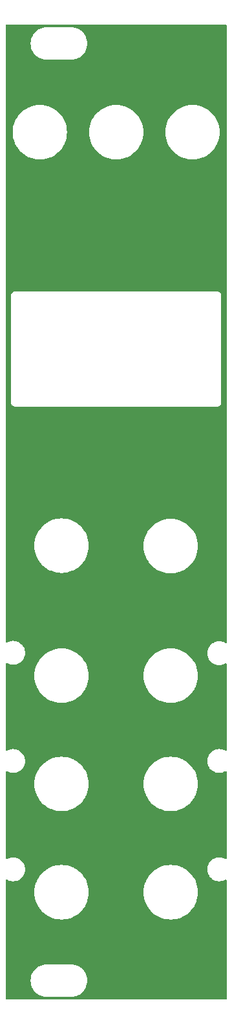
<source format=gbr>
%TF.GenerationSoftware,KiCad,Pcbnew,(6.0.10-0)*%
%TF.CreationDate,2023-02-15T20:01:37+02:00*%
%TF.ProjectId,panel,70616e65-6c2e-46b6-9963-61645f706362,rev?*%
%TF.SameCoordinates,Original*%
%TF.FileFunction,Copper,L2,Bot*%
%TF.FilePolarity,Positive*%
%FSLAX46Y46*%
G04 Gerber Fmt 4.6, Leading zero omitted, Abs format (unit mm)*
G04 Created by KiCad (PCBNEW (6.0.10-0)) date 2023-02-15 20:01:37*
%MOMM*%
%LPD*%
G01*
G04 APERTURE LIST*
G04 APERTURE END LIST*
%TA.AperFunction,NonConductor*%
G36*
X89433621Y-32278502D02*
G01*
X89480114Y-32332158D01*
X89491500Y-32384500D01*
X89491500Y-113004751D01*
X89471498Y-113072872D01*
X89417842Y-113119365D01*
X89347568Y-113129469D01*
X89299666Y-113112184D01*
X89213952Y-113059659D01*
X89209732Y-113057073D01*
X89065033Y-112997136D01*
X88987665Y-112965089D01*
X88987663Y-112965088D01*
X88983092Y-112963195D01*
X88900437Y-112943351D01*
X88749370Y-112907083D01*
X88749364Y-112907082D01*
X88744557Y-112905928D01*
X88500000Y-112886681D01*
X88255443Y-112905928D01*
X88250636Y-112907082D01*
X88250630Y-112907083D01*
X88099563Y-112943351D01*
X88016908Y-112963195D01*
X88012337Y-112965088D01*
X88012335Y-112965089D01*
X87934967Y-112997136D01*
X87790268Y-113057073D01*
X87688616Y-113119365D01*
X87585330Y-113182658D01*
X87585327Y-113182660D01*
X87581104Y-113185248D01*
X87394567Y-113344567D01*
X87391359Y-113348323D01*
X87281170Y-113477337D01*
X87235248Y-113531104D01*
X87107073Y-113740268D01*
X87058099Y-113858500D01*
X87037389Y-113908500D01*
X87013195Y-113966908D01*
X86955928Y-114205443D01*
X86936681Y-114450000D01*
X86955928Y-114694557D01*
X87013195Y-114933092D01*
X87015088Y-114937663D01*
X87015089Y-114937665D01*
X87046416Y-115013295D01*
X87107073Y-115159732D01*
X87164927Y-115254141D01*
X87206917Y-115322663D01*
X87235248Y-115368896D01*
X87238463Y-115372660D01*
X87238465Y-115372663D01*
X87391359Y-115551677D01*
X87394567Y-115555433D01*
X87398323Y-115558641D01*
X87464943Y-115615540D01*
X87581104Y-115714752D01*
X87585327Y-115717340D01*
X87585330Y-115717342D01*
X87607023Y-115730635D01*
X87790268Y-115842927D01*
X87796176Y-115845374D01*
X88012335Y-115934911D01*
X88012337Y-115934912D01*
X88016908Y-115936805D01*
X88087356Y-115953718D01*
X88250630Y-115992917D01*
X88250636Y-115992918D01*
X88255443Y-115994072D01*
X88500000Y-116013319D01*
X88744557Y-115994072D01*
X88749364Y-115992918D01*
X88749370Y-115992917D01*
X88912644Y-115953718D01*
X88983092Y-115936805D01*
X88987663Y-115934912D01*
X88987665Y-115934911D01*
X89203824Y-115845374D01*
X89209732Y-115842927D01*
X89288236Y-115794820D01*
X89299666Y-115787816D01*
X89368199Y-115769278D01*
X89435876Y-115790735D01*
X89481209Y-115845374D01*
X89491500Y-115895249D01*
X89491500Y-127104751D01*
X89471498Y-127172872D01*
X89417842Y-127219365D01*
X89347568Y-127229469D01*
X89299666Y-127212184D01*
X89213952Y-127159659D01*
X89209732Y-127157073D01*
X89065033Y-127097136D01*
X88987665Y-127065089D01*
X88987663Y-127065088D01*
X88983092Y-127063195D01*
X88900437Y-127043351D01*
X88749370Y-127007083D01*
X88749364Y-127007082D01*
X88744557Y-127005928D01*
X88500000Y-126986681D01*
X88255443Y-127005928D01*
X88250636Y-127007082D01*
X88250630Y-127007083D01*
X88099563Y-127043351D01*
X88016908Y-127063195D01*
X88012337Y-127065088D01*
X88012335Y-127065089D01*
X87934967Y-127097136D01*
X87790268Y-127157073D01*
X87688616Y-127219365D01*
X87585330Y-127282658D01*
X87585327Y-127282660D01*
X87581104Y-127285248D01*
X87394567Y-127444567D01*
X87235248Y-127631104D01*
X87107073Y-127840268D01*
X87105180Y-127844839D01*
X87037389Y-128008500D01*
X87013195Y-128066908D01*
X87012040Y-128071720D01*
X86958794Y-128293507D01*
X86955928Y-128305443D01*
X86936681Y-128550000D01*
X86955928Y-128794557D01*
X87013195Y-129033092D01*
X87015088Y-129037663D01*
X87015089Y-129037665D01*
X87047136Y-129115033D01*
X87107073Y-129259732D01*
X87190262Y-129395485D01*
X87227037Y-129455496D01*
X87235248Y-129468896D01*
X87394567Y-129655433D01*
X87398323Y-129658641D01*
X87526727Y-129768309D01*
X87581104Y-129814752D01*
X87585327Y-129817340D01*
X87585330Y-129817342D01*
X87654515Y-129859738D01*
X87790268Y-129942927D01*
X87796176Y-129945374D01*
X88012335Y-130034911D01*
X88012337Y-130034912D01*
X88016908Y-130036805D01*
X88097461Y-130056144D01*
X88250630Y-130092917D01*
X88250636Y-130092918D01*
X88255443Y-130094072D01*
X88500000Y-130113319D01*
X88744557Y-130094072D01*
X88749364Y-130092918D01*
X88749370Y-130092917D01*
X88902539Y-130056144D01*
X88983092Y-130036805D01*
X88987663Y-130034912D01*
X88987665Y-130034911D01*
X89203824Y-129945374D01*
X89209732Y-129942927D01*
X89235514Y-129927128D01*
X89299666Y-129887816D01*
X89368199Y-129869278D01*
X89435876Y-129890735D01*
X89481209Y-129945374D01*
X89491500Y-129995249D01*
X89491500Y-141254751D01*
X89471498Y-141322872D01*
X89417842Y-141369365D01*
X89347568Y-141379469D01*
X89299666Y-141362184D01*
X89213952Y-141309659D01*
X89209732Y-141307073D01*
X89065033Y-141247136D01*
X88987665Y-141215089D01*
X88987663Y-141215088D01*
X88983092Y-141213195D01*
X88900437Y-141193351D01*
X88749370Y-141157083D01*
X88749364Y-141157082D01*
X88744557Y-141155928D01*
X88500000Y-141136681D01*
X88255443Y-141155928D01*
X88250636Y-141157082D01*
X88250630Y-141157083D01*
X88099563Y-141193351D01*
X88016908Y-141213195D01*
X88012337Y-141215088D01*
X88012335Y-141215089D01*
X87934967Y-141247136D01*
X87790268Y-141307073D01*
X87688616Y-141369365D01*
X87585330Y-141432658D01*
X87585327Y-141432660D01*
X87581104Y-141435248D01*
X87394567Y-141594567D01*
X87235248Y-141781104D01*
X87107073Y-141990268D01*
X87105180Y-141994839D01*
X87037389Y-142158500D01*
X87013195Y-142216908D01*
X87012040Y-142221720D01*
X86958794Y-142443507D01*
X86955928Y-142455443D01*
X86936681Y-142700000D01*
X86955928Y-142944557D01*
X87013195Y-143183092D01*
X87015088Y-143187663D01*
X87015089Y-143187665D01*
X87047136Y-143265033D01*
X87107073Y-143409732D01*
X87190262Y-143545485D01*
X87227037Y-143605496D01*
X87235248Y-143618896D01*
X87394567Y-143805433D01*
X87398323Y-143808641D01*
X87526727Y-143918309D01*
X87581104Y-143964752D01*
X87585327Y-143967340D01*
X87585330Y-143967342D01*
X87654515Y-144009738D01*
X87790268Y-144092927D01*
X87796176Y-144095374D01*
X88012335Y-144184911D01*
X88012337Y-144184912D01*
X88016908Y-144186805D01*
X88097461Y-144206144D01*
X88250630Y-144242917D01*
X88250636Y-144242918D01*
X88255443Y-144244072D01*
X88500000Y-144263319D01*
X88744557Y-144244072D01*
X88749364Y-144242918D01*
X88749370Y-144242917D01*
X88902539Y-144206144D01*
X88983092Y-144186805D01*
X88987663Y-144184912D01*
X88987665Y-144184911D01*
X89203824Y-144095374D01*
X89209732Y-144092927D01*
X89235514Y-144077128D01*
X89299666Y-144037816D01*
X89368199Y-144019278D01*
X89435876Y-144040735D01*
X89481209Y-144095374D01*
X89491500Y-144145249D01*
X89491500Y-159615500D01*
X89471498Y-159683621D01*
X89417842Y-159730114D01*
X89365500Y-159741500D01*
X60634500Y-159741500D01*
X60566379Y-159721498D01*
X60519886Y-159667842D01*
X60508500Y-159615500D01*
X60508500Y-157250000D01*
X63786976Y-157250000D01*
X63805053Y-157525805D01*
X63805855Y-157529838D01*
X63805856Y-157529844D01*
X63846968Y-157736523D01*
X63858976Y-157796891D01*
X63947820Y-158058619D01*
X63949643Y-158062315D01*
X63949646Y-158062323D01*
X64006698Y-158178012D01*
X64070068Y-158306512D01*
X64223625Y-158536328D01*
X64405866Y-158744134D01*
X64613672Y-158926375D01*
X64843488Y-159079932D01*
X64847189Y-159081757D01*
X65087677Y-159200354D01*
X65087685Y-159200357D01*
X65091381Y-159202180D01*
X65095295Y-159203509D01*
X65095296Y-159203509D01*
X65349196Y-159289696D01*
X65349200Y-159289697D01*
X65353109Y-159291024D01*
X65357153Y-159291828D01*
X65357159Y-159291830D01*
X65620156Y-159344144D01*
X65620162Y-159344145D01*
X65624195Y-159344947D01*
X65628300Y-159345216D01*
X65628307Y-159345217D01*
X65765896Y-159354234D01*
X65867697Y-159360907D01*
X65880352Y-159362382D01*
X65881904Y-159362643D01*
X65882656Y-159362770D01*
X65882658Y-159362770D01*
X65887448Y-159363576D01*
X65893724Y-159363653D01*
X65895140Y-159363670D01*
X65895143Y-159363670D01*
X65900000Y-159363729D01*
X65927624Y-159359773D01*
X65945486Y-159358500D01*
X69046750Y-159358500D01*
X69067655Y-159360246D01*
X69082656Y-159362770D01*
X69082659Y-159362770D01*
X69087448Y-159363576D01*
X69093687Y-159363652D01*
X69095140Y-159363670D01*
X69095143Y-159363670D01*
X69100000Y-159363729D01*
X69104819Y-159363039D01*
X69105338Y-159363005D01*
X69113905Y-159362113D01*
X69371693Y-159345217D01*
X69371700Y-159345216D01*
X69375805Y-159344947D01*
X69379838Y-159344145D01*
X69379844Y-159344144D01*
X69642841Y-159291830D01*
X69642847Y-159291828D01*
X69646891Y-159291024D01*
X69650800Y-159289697D01*
X69650804Y-159289696D01*
X69904704Y-159203509D01*
X69904705Y-159203509D01*
X69908619Y-159202180D01*
X69912315Y-159200357D01*
X69912323Y-159200354D01*
X70152811Y-159081757D01*
X70156512Y-159079932D01*
X70386328Y-158926375D01*
X70594134Y-158744134D01*
X70776375Y-158536328D01*
X70929932Y-158306512D01*
X70993302Y-158178012D01*
X71050354Y-158062323D01*
X71050357Y-158062315D01*
X71052180Y-158058619D01*
X71141024Y-157796891D01*
X71153032Y-157736523D01*
X71194144Y-157529844D01*
X71194145Y-157529838D01*
X71194947Y-157525805D01*
X71213024Y-157250000D01*
X71194947Y-156974195D01*
X71190393Y-156951297D01*
X71141830Y-156707159D01*
X71141828Y-156707153D01*
X71141024Y-156703109D01*
X71052180Y-156441381D01*
X71050357Y-156437685D01*
X71050354Y-156437677D01*
X70931757Y-156197189D01*
X70929932Y-156193488D01*
X70776375Y-155963672D01*
X70594134Y-155755866D01*
X70386328Y-155573625D01*
X70156512Y-155420068D01*
X70108143Y-155396215D01*
X69912323Y-155299646D01*
X69912315Y-155299643D01*
X69908619Y-155297820D01*
X69904704Y-155296491D01*
X69650804Y-155210304D01*
X69650800Y-155210303D01*
X69646891Y-155208976D01*
X69642847Y-155208172D01*
X69642841Y-155208170D01*
X69379844Y-155155856D01*
X69379838Y-155155855D01*
X69375805Y-155155053D01*
X69371700Y-155154784D01*
X69371693Y-155154783D01*
X69234104Y-155145766D01*
X69132303Y-155139093D01*
X69119648Y-155137618D01*
X69118096Y-155137357D01*
X69117344Y-155137230D01*
X69117342Y-155137230D01*
X69112552Y-155136424D01*
X69106276Y-155136348D01*
X69104860Y-155136330D01*
X69104857Y-155136330D01*
X69100000Y-155136271D01*
X69080288Y-155139094D01*
X69072376Y-155140227D01*
X69054514Y-155141500D01*
X65953250Y-155141500D01*
X65932345Y-155139754D01*
X65917344Y-155137230D01*
X65917341Y-155137230D01*
X65912552Y-155136424D01*
X65906313Y-155136348D01*
X65904860Y-155136330D01*
X65904857Y-155136330D01*
X65900000Y-155136271D01*
X65895181Y-155136961D01*
X65894662Y-155136995D01*
X65886095Y-155137887D01*
X65628307Y-155154783D01*
X65628300Y-155154784D01*
X65624195Y-155155053D01*
X65620162Y-155155855D01*
X65620156Y-155155856D01*
X65357159Y-155208170D01*
X65357153Y-155208172D01*
X65353109Y-155208976D01*
X65349200Y-155210303D01*
X65349196Y-155210304D01*
X65095296Y-155296491D01*
X65091381Y-155297820D01*
X65087685Y-155299643D01*
X65087677Y-155299646D01*
X64891857Y-155396215D01*
X64843488Y-155420068D01*
X64613672Y-155573625D01*
X64405866Y-155755866D01*
X64223625Y-155963672D01*
X64070068Y-156193488D01*
X64068243Y-156197189D01*
X63949646Y-156437677D01*
X63949643Y-156437685D01*
X63947820Y-156441381D01*
X63858976Y-156703109D01*
X63858172Y-156707153D01*
X63858170Y-156707159D01*
X63809608Y-156951297D01*
X63805053Y-156974195D01*
X63786976Y-157250000D01*
X60508500Y-157250000D01*
X60508500Y-145700000D01*
X64286617Y-145700000D01*
X64306138Y-146072475D01*
X64364485Y-146440869D01*
X64461021Y-146801146D01*
X64594688Y-147149358D01*
X64596180Y-147152286D01*
X64596183Y-147152293D01*
X64617361Y-147193856D01*
X64764020Y-147481691D01*
X64765816Y-147484457D01*
X64765818Y-147484460D01*
X64965366Y-147791737D01*
X64967163Y-147794504D01*
X65201890Y-148084369D01*
X65465631Y-148348110D01*
X65755496Y-148582837D01*
X66068308Y-148785980D01*
X66241083Y-148874013D01*
X66397707Y-148953817D01*
X66397714Y-148953820D01*
X66400642Y-148955312D01*
X66403714Y-148956491D01*
X66403718Y-148956493D01*
X66529749Y-149004872D01*
X66748854Y-149088979D01*
X67109131Y-149185515D01*
X67112381Y-149186030D01*
X67112387Y-149186031D01*
X67385628Y-149229307D01*
X67477525Y-149243862D01*
X67480810Y-149244034D01*
X67480818Y-149244035D01*
X67846699Y-149263210D01*
X67850000Y-149263383D01*
X67853301Y-149263210D01*
X68219182Y-149244035D01*
X68219190Y-149244034D01*
X68222475Y-149243862D01*
X68314372Y-149229307D01*
X68587613Y-149186031D01*
X68587619Y-149186030D01*
X68590869Y-149185515D01*
X68951146Y-149088979D01*
X69170251Y-149004872D01*
X69296282Y-148956493D01*
X69296286Y-148956491D01*
X69299358Y-148955312D01*
X69302286Y-148953820D01*
X69302293Y-148953817D01*
X69458917Y-148874013D01*
X69631692Y-148785980D01*
X69944504Y-148582837D01*
X70234369Y-148348110D01*
X70498110Y-148084369D01*
X70732837Y-147794504D01*
X70734634Y-147791737D01*
X70934182Y-147484460D01*
X70934184Y-147484457D01*
X70935980Y-147481691D01*
X71082640Y-147193856D01*
X71103817Y-147152293D01*
X71103820Y-147152286D01*
X71105312Y-147149358D01*
X71238979Y-146801146D01*
X71335515Y-146440869D01*
X71393862Y-146072475D01*
X71413383Y-145700000D01*
X78586617Y-145700000D01*
X78606138Y-146072475D01*
X78664485Y-146440869D01*
X78761021Y-146801146D01*
X78894688Y-147149358D01*
X78896180Y-147152286D01*
X78896183Y-147152293D01*
X78917361Y-147193856D01*
X79064020Y-147481691D01*
X79065816Y-147484457D01*
X79065818Y-147484460D01*
X79265366Y-147791737D01*
X79267163Y-147794504D01*
X79501890Y-148084369D01*
X79765631Y-148348110D01*
X80055496Y-148582837D01*
X80368308Y-148785980D01*
X80541083Y-148874013D01*
X80697707Y-148953817D01*
X80697714Y-148953820D01*
X80700642Y-148955312D01*
X80703714Y-148956491D01*
X80703718Y-148956493D01*
X80829749Y-149004872D01*
X81048854Y-149088979D01*
X81409131Y-149185515D01*
X81412381Y-149186030D01*
X81412387Y-149186031D01*
X81685628Y-149229307D01*
X81777525Y-149243862D01*
X81780810Y-149244034D01*
X81780818Y-149244035D01*
X82146699Y-149263210D01*
X82150000Y-149263383D01*
X82153301Y-149263210D01*
X82519182Y-149244035D01*
X82519190Y-149244034D01*
X82522475Y-149243862D01*
X82614372Y-149229307D01*
X82887613Y-149186031D01*
X82887619Y-149186030D01*
X82890869Y-149185515D01*
X83251146Y-149088979D01*
X83470251Y-149004872D01*
X83596282Y-148956493D01*
X83596286Y-148956491D01*
X83599358Y-148955312D01*
X83602286Y-148953820D01*
X83602293Y-148953817D01*
X83758917Y-148874013D01*
X83931692Y-148785980D01*
X84244504Y-148582837D01*
X84534369Y-148348110D01*
X84798110Y-148084369D01*
X85032837Y-147794504D01*
X85034634Y-147791737D01*
X85234182Y-147484460D01*
X85234184Y-147484457D01*
X85235980Y-147481691D01*
X85382640Y-147193856D01*
X85403817Y-147152293D01*
X85403820Y-147152286D01*
X85405312Y-147149358D01*
X85538979Y-146801146D01*
X85635515Y-146440869D01*
X85693862Y-146072475D01*
X85713383Y-145700000D01*
X85693862Y-145327525D01*
X85635515Y-144959131D01*
X85538979Y-144598854D01*
X85410178Y-144263319D01*
X85406493Y-144253718D01*
X85406491Y-144253714D01*
X85405312Y-144250642D01*
X85403817Y-144247707D01*
X85237479Y-143921250D01*
X85237475Y-143921243D01*
X85235980Y-143918309D01*
X85160239Y-143801677D01*
X85034634Y-143608263D01*
X85034633Y-143608262D01*
X85032837Y-143605496D01*
X84798110Y-143315631D01*
X84534369Y-143051890D01*
X84244504Y-142817163D01*
X83931692Y-142614020D01*
X83630150Y-142460377D01*
X83602293Y-142446183D01*
X83602286Y-142446180D01*
X83599358Y-142444688D01*
X83596286Y-142443509D01*
X83596282Y-142443507D01*
X83470251Y-142395128D01*
X83251146Y-142311021D01*
X82890869Y-142214485D01*
X82887619Y-142213970D01*
X82887613Y-142213969D01*
X82537388Y-142158500D01*
X82522475Y-142156138D01*
X82519190Y-142155966D01*
X82519182Y-142155965D01*
X82153301Y-142136790D01*
X82150000Y-142136617D01*
X82146699Y-142136790D01*
X81780818Y-142155965D01*
X81780810Y-142155966D01*
X81777525Y-142156138D01*
X81762612Y-142158500D01*
X81412387Y-142213969D01*
X81412381Y-142213970D01*
X81409131Y-142214485D01*
X81048854Y-142311021D01*
X80829749Y-142395128D01*
X80703718Y-142443507D01*
X80703714Y-142443509D01*
X80700642Y-142444688D01*
X80697714Y-142446180D01*
X80697707Y-142446183D01*
X80371250Y-142612521D01*
X80371247Y-142612523D01*
X80368309Y-142614020D01*
X80365543Y-142615816D01*
X80365540Y-142615818D01*
X80243503Y-142695070D01*
X80055496Y-142817163D01*
X80052939Y-142819234D01*
X80052933Y-142819238D01*
X79892233Y-142949370D01*
X79765631Y-143051890D01*
X79501890Y-143315631D01*
X79267163Y-143605496D01*
X79265367Y-143608262D01*
X79265366Y-143608263D01*
X79139762Y-143801677D01*
X79064020Y-143918309D01*
X79062525Y-143921243D01*
X79062521Y-143921250D01*
X78896183Y-144247707D01*
X78894688Y-144250642D01*
X78893509Y-144253714D01*
X78893507Y-144253718D01*
X78889822Y-144263319D01*
X78761021Y-144598854D01*
X78664485Y-144959131D01*
X78606138Y-145327525D01*
X78586617Y-145700000D01*
X71413383Y-145700000D01*
X71393862Y-145327525D01*
X71335515Y-144959131D01*
X71238979Y-144598854D01*
X71110178Y-144263319D01*
X71106493Y-144253718D01*
X71106491Y-144253714D01*
X71105312Y-144250642D01*
X71103817Y-144247707D01*
X70937479Y-143921250D01*
X70937475Y-143921243D01*
X70935980Y-143918309D01*
X70860239Y-143801677D01*
X70734634Y-143608263D01*
X70734633Y-143608262D01*
X70732837Y-143605496D01*
X70498110Y-143315631D01*
X70234369Y-143051890D01*
X69944504Y-142817163D01*
X69631692Y-142614020D01*
X69330150Y-142460377D01*
X69302293Y-142446183D01*
X69302286Y-142446180D01*
X69299358Y-142444688D01*
X69296286Y-142443509D01*
X69296282Y-142443507D01*
X69170251Y-142395128D01*
X68951146Y-142311021D01*
X68590869Y-142214485D01*
X68587619Y-142213970D01*
X68587613Y-142213969D01*
X68237388Y-142158500D01*
X68222475Y-142156138D01*
X68219190Y-142155966D01*
X68219182Y-142155965D01*
X67853301Y-142136790D01*
X67850000Y-142136617D01*
X67846699Y-142136790D01*
X67480818Y-142155965D01*
X67480810Y-142155966D01*
X67477525Y-142156138D01*
X67462612Y-142158500D01*
X67112387Y-142213969D01*
X67112381Y-142213970D01*
X67109131Y-142214485D01*
X66748854Y-142311021D01*
X66529749Y-142395128D01*
X66403718Y-142443507D01*
X66403714Y-142443509D01*
X66400642Y-142444688D01*
X66397714Y-142446180D01*
X66397707Y-142446183D01*
X66071250Y-142612521D01*
X66071247Y-142612523D01*
X66068309Y-142614020D01*
X66065543Y-142615816D01*
X66065540Y-142615818D01*
X65943503Y-142695070D01*
X65755496Y-142817163D01*
X65752939Y-142819234D01*
X65752933Y-142819238D01*
X65592233Y-142949370D01*
X65465631Y-143051890D01*
X65201890Y-143315631D01*
X64967163Y-143605496D01*
X64965367Y-143608262D01*
X64965366Y-143608263D01*
X64839762Y-143801677D01*
X64764020Y-143918309D01*
X64762525Y-143921243D01*
X64762521Y-143921250D01*
X64596183Y-144247707D01*
X64594688Y-144250642D01*
X64593509Y-144253714D01*
X64593507Y-144253718D01*
X64589822Y-144263319D01*
X64461021Y-144598854D01*
X64364485Y-144959131D01*
X64306138Y-145327525D01*
X64286617Y-145700000D01*
X60508500Y-145700000D01*
X60508500Y-144145249D01*
X60528502Y-144077128D01*
X60582158Y-144030635D01*
X60652432Y-144020531D01*
X60700334Y-144037816D01*
X60764486Y-144077128D01*
X60790268Y-144092927D01*
X60796176Y-144095374D01*
X61012335Y-144184911D01*
X61012337Y-144184912D01*
X61016908Y-144186805D01*
X61097461Y-144206144D01*
X61250630Y-144242917D01*
X61250636Y-144242918D01*
X61255443Y-144244072D01*
X61500000Y-144263319D01*
X61744557Y-144244072D01*
X61749364Y-144242918D01*
X61749370Y-144242917D01*
X61902539Y-144206144D01*
X61983092Y-144186805D01*
X61987663Y-144184912D01*
X61987665Y-144184911D01*
X62203824Y-144095374D01*
X62209732Y-144092927D01*
X62345485Y-144009738D01*
X62414670Y-143967342D01*
X62414673Y-143967340D01*
X62418896Y-143964752D01*
X62473274Y-143918309D01*
X62601677Y-143808641D01*
X62605433Y-143805433D01*
X62764752Y-143618896D01*
X62772964Y-143605496D01*
X62809738Y-143545485D01*
X62892927Y-143409732D01*
X62952864Y-143265033D01*
X62984911Y-143187665D01*
X62984912Y-143187663D01*
X62986805Y-143183092D01*
X63044072Y-142944557D01*
X63063319Y-142700000D01*
X63044072Y-142455443D01*
X63041207Y-142443507D01*
X62987960Y-142221720D01*
X62986805Y-142216908D01*
X62962612Y-142158500D01*
X62894820Y-141994839D01*
X62892927Y-141990268D01*
X62764752Y-141781104D01*
X62605433Y-141594567D01*
X62418896Y-141435248D01*
X62414673Y-141432660D01*
X62414670Y-141432658D01*
X62311384Y-141369365D01*
X62209732Y-141307073D01*
X62065033Y-141247136D01*
X61987665Y-141215089D01*
X61987663Y-141215088D01*
X61983092Y-141213195D01*
X61900437Y-141193351D01*
X61749370Y-141157083D01*
X61749364Y-141157082D01*
X61744557Y-141155928D01*
X61500000Y-141136681D01*
X61255443Y-141155928D01*
X61250636Y-141157082D01*
X61250630Y-141157083D01*
X61099563Y-141193351D01*
X61016908Y-141213195D01*
X61012337Y-141215088D01*
X61012335Y-141215089D01*
X60934967Y-141247136D01*
X60790268Y-141307073D01*
X60786048Y-141309659D01*
X60700334Y-141362184D01*
X60631801Y-141380722D01*
X60564124Y-141359265D01*
X60518791Y-141304626D01*
X60508500Y-141254751D01*
X60508500Y-131550000D01*
X64286617Y-131550000D01*
X64306138Y-131922475D01*
X64364485Y-132290869D01*
X64461021Y-132651146D01*
X64594688Y-132999358D01*
X64596180Y-133002286D01*
X64596183Y-133002293D01*
X64617361Y-133043856D01*
X64764020Y-133331691D01*
X64765816Y-133334457D01*
X64765818Y-133334460D01*
X64965366Y-133641737D01*
X64967163Y-133644504D01*
X65201890Y-133934369D01*
X65465631Y-134198110D01*
X65755496Y-134432837D01*
X66068308Y-134635980D01*
X66241083Y-134724013D01*
X66397707Y-134803817D01*
X66397714Y-134803820D01*
X66400642Y-134805312D01*
X66403714Y-134806491D01*
X66403718Y-134806493D01*
X66529749Y-134854872D01*
X66748854Y-134938979D01*
X67109131Y-135035515D01*
X67112381Y-135036030D01*
X67112387Y-135036031D01*
X67385628Y-135079307D01*
X67477525Y-135093862D01*
X67480810Y-135094034D01*
X67480818Y-135094035D01*
X67846699Y-135113210D01*
X67850000Y-135113383D01*
X67853301Y-135113210D01*
X68219182Y-135094035D01*
X68219190Y-135094034D01*
X68222475Y-135093862D01*
X68314372Y-135079307D01*
X68587613Y-135036031D01*
X68587619Y-135036030D01*
X68590869Y-135035515D01*
X68951146Y-134938979D01*
X69170251Y-134854872D01*
X69296282Y-134806493D01*
X69296286Y-134806491D01*
X69299358Y-134805312D01*
X69302286Y-134803820D01*
X69302293Y-134803817D01*
X69458917Y-134724013D01*
X69631692Y-134635980D01*
X69944504Y-134432837D01*
X70234369Y-134198110D01*
X70498110Y-133934369D01*
X70732837Y-133644504D01*
X70734634Y-133641737D01*
X70934182Y-133334460D01*
X70934184Y-133334457D01*
X70935980Y-133331691D01*
X71082640Y-133043856D01*
X71103817Y-133002293D01*
X71103820Y-133002286D01*
X71105312Y-132999358D01*
X71238979Y-132651146D01*
X71335515Y-132290869D01*
X71393862Y-131922475D01*
X71413383Y-131550000D01*
X78586617Y-131550000D01*
X78606138Y-131922475D01*
X78664485Y-132290869D01*
X78761021Y-132651146D01*
X78894688Y-132999358D01*
X78896180Y-133002286D01*
X78896183Y-133002293D01*
X78917361Y-133043856D01*
X79064020Y-133331691D01*
X79065816Y-133334457D01*
X79065818Y-133334460D01*
X79265366Y-133641737D01*
X79267163Y-133644504D01*
X79501890Y-133934369D01*
X79765631Y-134198110D01*
X80055496Y-134432837D01*
X80368308Y-134635980D01*
X80541083Y-134724013D01*
X80697707Y-134803817D01*
X80697714Y-134803820D01*
X80700642Y-134805312D01*
X80703714Y-134806491D01*
X80703718Y-134806493D01*
X80829749Y-134854872D01*
X81048854Y-134938979D01*
X81409131Y-135035515D01*
X81412381Y-135036030D01*
X81412387Y-135036031D01*
X81685628Y-135079307D01*
X81777525Y-135093862D01*
X81780810Y-135094034D01*
X81780818Y-135094035D01*
X82146699Y-135113210D01*
X82150000Y-135113383D01*
X82153301Y-135113210D01*
X82519182Y-135094035D01*
X82519190Y-135094034D01*
X82522475Y-135093862D01*
X82614372Y-135079307D01*
X82887613Y-135036031D01*
X82887619Y-135036030D01*
X82890869Y-135035515D01*
X83251146Y-134938979D01*
X83470251Y-134854872D01*
X83596282Y-134806493D01*
X83596286Y-134806491D01*
X83599358Y-134805312D01*
X83602286Y-134803820D01*
X83602293Y-134803817D01*
X83758917Y-134724013D01*
X83931692Y-134635980D01*
X84244504Y-134432837D01*
X84534369Y-134198110D01*
X84798110Y-133934369D01*
X85032837Y-133644504D01*
X85034634Y-133641737D01*
X85234182Y-133334460D01*
X85234184Y-133334457D01*
X85235980Y-133331691D01*
X85382640Y-133043856D01*
X85403817Y-133002293D01*
X85403820Y-133002286D01*
X85405312Y-132999358D01*
X85538979Y-132651146D01*
X85635515Y-132290869D01*
X85693862Y-131922475D01*
X85713383Y-131550000D01*
X85693862Y-131177525D01*
X85635515Y-130809131D01*
X85538979Y-130448854D01*
X85410178Y-130113319D01*
X85406493Y-130103718D01*
X85406491Y-130103714D01*
X85405312Y-130100642D01*
X85403817Y-130097707D01*
X85237479Y-129771250D01*
X85237475Y-129771243D01*
X85235980Y-129768309D01*
X85160239Y-129651677D01*
X85034634Y-129458263D01*
X85034633Y-129458262D01*
X85032837Y-129455496D01*
X84798110Y-129165631D01*
X84534369Y-128901890D01*
X84244504Y-128667163D01*
X83931692Y-128464020D01*
X83630150Y-128310377D01*
X83602293Y-128296183D01*
X83602286Y-128296180D01*
X83599358Y-128294688D01*
X83596286Y-128293509D01*
X83596282Y-128293507D01*
X83470251Y-128245128D01*
X83251146Y-128161021D01*
X82890869Y-128064485D01*
X82887619Y-128063970D01*
X82887613Y-128063969D01*
X82537388Y-128008500D01*
X82522475Y-128006138D01*
X82519190Y-128005966D01*
X82519182Y-128005965D01*
X82153301Y-127986790D01*
X82150000Y-127986617D01*
X82146699Y-127986790D01*
X81780818Y-128005965D01*
X81780810Y-128005966D01*
X81777525Y-128006138D01*
X81762612Y-128008500D01*
X81412387Y-128063969D01*
X81412381Y-128063970D01*
X81409131Y-128064485D01*
X81048854Y-128161021D01*
X80829749Y-128245128D01*
X80703718Y-128293507D01*
X80703714Y-128293509D01*
X80700642Y-128294688D01*
X80697714Y-128296180D01*
X80697707Y-128296183D01*
X80371250Y-128462521D01*
X80371247Y-128462523D01*
X80368309Y-128464020D01*
X80365543Y-128465816D01*
X80365540Y-128465818D01*
X80243503Y-128545070D01*
X80055496Y-128667163D01*
X80052939Y-128669234D01*
X80052933Y-128669238D01*
X79892233Y-128799370D01*
X79765631Y-128901890D01*
X79501890Y-129165631D01*
X79267163Y-129455496D01*
X79265367Y-129458262D01*
X79265366Y-129458263D01*
X79139762Y-129651677D01*
X79064020Y-129768309D01*
X79062525Y-129771243D01*
X79062521Y-129771250D01*
X78896183Y-130097707D01*
X78894688Y-130100642D01*
X78893509Y-130103714D01*
X78893507Y-130103718D01*
X78889822Y-130113319D01*
X78761021Y-130448854D01*
X78664485Y-130809131D01*
X78606138Y-131177525D01*
X78586617Y-131550000D01*
X71413383Y-131550000D01*
X71393862Y-131177525D01*
X71335515Y-130809131D01*
X71238979Y-130448854D01*
X71110178Y-130113319D01*
X71106493Y-130103718D01*
X71106491Y-130103714D01*
X71105312Y-130100642D01*
X71103817Y-130097707D01*
X70937479Y-129771250D01*
X70937475Y-129771243D01*
X70935980Y-129768309D01*
X70860239Y-129651677D01*
X70734634Y-129458263D01*
X70734633Y-129458262D01*
X70732837Y-129455496D01*
X70498110Y-129165631D01*
X70234369Y-128901890D01*
X69944504Y-128667163D01*
X69631692Y-128464020D01*
X69330150Y-128310377D01*
X69302293Y-128296183D01*
X69302286Y-128296180D01*
X69299358Y-128294688D01*
X69296286Y-128293509D01*
X69296282Y-128293507D01*
X69170251Y-128245128D01*
X68951146Y-128161021D01*
X68590869Y-128064485D01*
X68587619Y-128063970D01*
X68587613Y-128063969D01*
X68237388Y-128008500D01*
X68222475Y-128006138D01*
X68219190Y-128005966D01*
X68219182Y-128005965D01*
X67853301Y-127986790D01*
X67850000Y-127986617D01*
X67846699Y-127986790D01*
X67480818Y-128005965D01*
X67480810Y-128005966D01*
X67477525Y-128006138D01*
X67462612Y-128008500D01*
X67112387Y-128063969D01*
X67112381Y-128063970D01*
X67109131Y-128064485D01*
X66748854Y-128161021D01*
X66529749Y-128245128D01*
X66403718Y-128293507D01*
X66403714Y-128293509D01*
X66400642Y-128294688D01*
X66397714Y-128296180D01*
X66397707Y-128296183D01*
X66071250Y-128462521D01*
X66071247Y-128462523D01*
X66068309Y-128464020D01*
X66065543Y-128465816D01*
X66065540Y-128465818D01*
X65943503Y-128545070D01*
X65755496Y-128667163D01*
X65752939Y-128669234D01*
X65752933Y-128669238D01*
X65592233Y-128799370D01*
X65465631Y-128901890D01*
X65201890Y-129165631D01*
X64967163Y-129455496D01*
X64965367Y-129458262D01*
X64965366Y-129458263D01*
X64839762Y-129651677D01*
X64764020Y-129768309D01*
X64762525Y-129771243D01*
X64762521Y-129771250D01*
X64596183Y-130097707D01*
X64594688Y-130100642D01*
X64593509Y-130103714D01*
X64593507Y-130103718D01*
X64589822Y-130113319D01*
X64461021Y-130448854D01*
X64364485Y-130809131D01*
X64306138Y-131177525D01*
X64286617Y-131550000D01*
X60508500Y-131550000D01*
X60508500Y-129995249D01*
X60528502Y-129927128D01*
X60582158Y-129880635D01*
X60652432Y-129870531D01*
X60700334Y-129887816D01*
X60764486Y-129927128D01*
X60790268Y-129942927D01*
X60796176Y-129945374D01*
X61012335Y-130034911D01*
X61012337Y-130034912D01*
X61016908Y-130036805D01*
X61097461Y-130056144D01*
X61250630Y-130092917D01*
X61250636Y-130092918D01*
X61255443Y-130094072D01*
X61500000Y-130113319D01*
X61744557Y-130094072D01*
X61749364Y-130092918D01*
X61749370Y-130092917D01*
X61902539Y-130056144D01*
X61983092Y-130036805D01*
X61987663Y-130034912D01*
X61987665Y-130034911D01*
X62203824Y-129945374D01*
X62209732Y-129942927D01*
X62345485Y-129859738D01*
X62414670Y-129817342D01*
X62414673Y-129817340D01*
X62418896Y-129814752D01*
X62473274Y-129768309D01*
X62601677Y-129658641D01*
X62605433Y-129655433D01*
X62764752Y-129468896D01*
X62772964Y-129455496D01*
X62809738Y-129395485D01*
X62892927Y-129259732D01*
X62952864Y-129115033D01*
X62984911Y-129037665D01*
X62984912Y-129037663D01*
X62986805Y-129033092D01*
X63044072Y-128794557D01*
X63063319Y-128550000D01*
X63044072Y-128305443D01*
X63041207Y-128293507D01*
X62987960Y-128071720D01*
X62986805Y-128066908D01*
X62962612Y-128008500D01*
X62894820Y-127844839D01*
X62892927Y-127840268D01*
X62764752Y-127631104D01*
X62605433Y-127444567D01*
X62418896Y-127285248D01*
X62414673Y-127282660D01*
X62414670Y-127282658D01*
X62311384Y-127219365D01*
X62209732Y-127157073D01*
X62065033Y-127097136D01*
X61987665Y-127065089D01*
X61987663Y-127065088D01*
X61983092Y-127063195D01*
X61900437Y-127043351D01*
X61749370Y-127007083D01*
X61749364Y-127007082D01*
X61744557Y-127005928D01*
X61500000Y-126986681D01*
X61255443Y-127005928D01*
X61250636Y-127007082D01*
X61250630Y-127007083D01*
X61099563Y-127043351D01*
X61016908Y-127063195D01*
X61012337Y-127065088D01*
X61012335Y-127065089D01*
X60934967Y-127097136D01*
X60790268Y-127157073D01*
X60786048Y-127159659D01*
X60700334Y-127212184D01*
X60631801Y-127230722D01*
X60564124Y-127209265D01*
X60518791Y-127154626D01*
X60508500Y-127104751D01*
X60508500Y-117400000D01*
X64286617Y-117400000D01*
X64306138Y-117772475D01*
X64364485Y-118140869D01*
X64461021Y-118501146D01*
X64594688Y-118849358D01*
X64596180Y-118852286D01*
X64596183Y-118852293D01*
X64617361Y-118893856D01*
X64764020Y-119181691D01*
X64765816Y-119184457D01*
X64765818Y-119184460D01*
X64965366Y-119491737D01*
X64967163Y-119494504D01*
X65201890Y-119784369D01*
X65465631Y-120048110D01*
X65755496Y-120282837D01*
X66068308Y-120485980D01*
X66241083Y-120574013D01*
X66397707Y-120653817D01*
X66397714Y-120653820D01*
X66400642Y-120655312D01*
X66403714Y-120656491D01*
X66403718Y-120656493D01*
X66529749Y-120704872D01*
X66748854Y-120788979D01*
X67109131Y-120885515D01*
X67112381Y-120886030D01*
X67112387Y-120886031D01*
X67385628Y-120929307D01*
X67477525Y-120943862D01*
X67480810Y-120944034D01*
X67480818Y-120944035D01*
X67846699Y-120963210D01*
X67850000Y-120963383D01*
X67853301Y-120963210D01*
X68219182Y-120944035D01*
X68219190Y-120944034D01*
X68222475Y-120943862D01*
X68314372Y-120929307D01*
X68587613Y-120886031D01*
X68587619Y-120886030D01*
X68590869Y-120885515D01*
X68951146Y-120788979D01*
X69170251Y-120704872D01*
X69296282Y-120656493D01*
X69296286Y-120656491D01*
X69299358Y-120655312D01*
X69302286Y-120653820D01*
X69302293Y-120653817D01*
X69458917Y-120574013D01*
X69631692Y-120485980D01*
X69944504Y-120282837D01*
X70234369Y-120048110D01*
X70498110Y-119784369D01*
X70732837Y-119494504D01*
X70734634Y-119491737D01*
X70934182Y-119184460D01*
X70934184Y-119184457D01*
X70935980Y-119181691D01*
X71082640Y-118893856D01*
X71103817Y-118852293D01*
X71103820Y-118852286D01*
X71105312Y-118849358D01*
X71238979Y-118501146D01*
X71335515Y-118140869D01*
X71393862Y-117772475D01*
X71413383Y-117400000D01*
X78586617Y-117400000D01*
X78606138Y-117772475D01*
X78664485Y-118140869D01*
X78761021Y-118501146D01*
X78894688Y-118849358D01*
X78896180Y-118852286D01*
X78896183Y-118852293D01*
X78917361Y-118893856D01*
X79064020Y-119181691D01*
X79065816Y-119184457D01*
X79065818Y-119184460D01*
X79265366Y-119491737D01*
X79267163Y-119494504D01*
X79501890Y-119784369D01*
X79765631Y-120048110D01*
X80055496Y-120282837D01*
X80368308Y-120485980D01*
X80541083Y-120574013D01*
X80697707Y-120653817D01*
X80697714Y-120653820D01*
X80700642Y-120655312D01*
X80703714Y-120656491D01*
X80703718Y-120656493D01*
X80829749Y-120704872D01*
X81048854Y-120788979D01*
X81409131Y-120885515D01*
X81412381Y-120886030D01*
X81412387Y-120886031D01*
X81685628Y-120929307D01*
X81777525Y-120943862D01*
X81780810Y-120944034D01*
X81780818Y-120944035D01*
X82146699Y-120963210D01*
X82150000Y-120963383D01*
X82153301Y-120963210D01*
X82519182Y-120944035D01*
X82519190Y-120944034D01*
X82522475Y-120943862D01*
X82614372Y-120929307D01*
X82887613Y-120886031D01*
X82887619Y-120886030D01*
X82890869Y-120885515D01*
X83251146Y-120788979D01*
X83470251Y-120704872D01*
X83596282Y-120656493D01*
X83596286Y-120656491D01*
X83599358Y-120655312D01*
X83602286Y-120653820D01*
X83602293Y-120653817D01*
X83758917Y-120574013D01*
X83931692Y-120485980D01*
X84244504Y-120282837D01*
X84534369Y-120048110D01*
X84798110Y-119784369D01*
X85032837Y-119494504D01*
X85034634Y-119491737D01*
X85234182Y-119184460D01*
X85234184Y-119184457D01*
X85235980Y-119181691D01*
X85382640Y-118893856D01*
X85403817Y-118852293D01*
X85403820Y-118852286D01*
X85405312Y-118849358D01*
X85538979Y-118501146D01*
X85635515Y-118140869D01*
X85693862Y-117772475D01*
X85713383Y-117400000D01*
X85693862Y-117027525D01*
X85635515Y-116659131D01*
X85538979Y-116298854D01*
X85410178Y-115963319D01*
X85406493Y-115953718D01*
X85406491Y-115953714D01*
X85405312Y-115950642D01*
X85403817Y-115947707D01*
X85237479Y-115621250D01*
X85237475Y-115621243D01*
X85235980Y-115618309D01*
X85160239Y-115501677D01*
X85034634Y-115308263D01*
X85034633Y-115308262D01*
X85032837Y-115305496D01*
X84798110Y-115015631D01*
X84534369Y-114751890D01*
X84244504Y-114517163D01*
X83931692Y-114314020D01*
X83758917Y-114225987D01*
X83602293Y-114146183D01*
X83602286Y-114146180D01*
X83599358Y-114144688D01*
X83596286Y-114143509D01*
X83596282Y-114143507D01*
X83397241Y-114067102D01*
X83251146Y-114011021D01*
X82890869Y-113914485D01*
X82887619Y-113913970D01*
X82887613Y-113913969D01*
X82537388Y-113858500D01*
X82522475Y-113856138D01*
X82519190Y-113855966D01*
X82519182Y-113855965D01*
X82153301Y-113836790D01*
X82150000Y-113836617D01*
X82146699Y-113836790D01*
X81780818Y-113855965D01*
X81780810Y-113855966D01*
X81777525Y-113856138D01*
X81762612Y-113858500D01*
X81412387Y-113913969D01*
X81412381Y-113913970D01*
X81409131Y-113914485D01*
X81048854Y-114011021D01*
X80902759Y-114067102D01*
X80703718Y-114143507D01*
X80703714Y-114143509D01*
X80700642Y-114144688D01*
X80697714Y-114146180D01*
X80697707Y-114146183D01*
X80371250Y-114312521D01*
X80371247Y-114312523D01*
X80368309Y-114314020D01*
X80365543Y-114315816D01*
X80365540Y-114315818D01*
X80158918Y-114450000D01*
X80055496Y-114517163D01*
X80052939Y-114519234D01*
X80052933Y-114519238D01*
X79830488Y-114699370D01*
X79765631Y-114751890D01*
X79501890Y-115015631D01*
X79267163Y-115305496D01*
X79265367Y-115308262D01*
X79265366Y-115308263D01*
X79139762Y-115501677D01*
X79064020Y-115618309D01*
X79062525Y-115621243D01*
X79062521Y-115621250D01*
X78896183Y-115947707D01*
X78894688Y-115950642D01*
X78893509Y-115953714D01*
X78893507Y-115953718D01*
X78889822Y-115963319D01*
X78761021Y-116298854D01*
X78664485Y-116659131D01*
X78606138Y-117027525D01*
X78586617Y-117400000D01*
X71413383Y-117400000D01*
X71393862Y-117027525D01*
X71335515Y-116659131D01*
X71238979Y-116298854D01*
X71110178Y-115963319D01*
X71106493Y-115953718D01*
X71106491Y-115953714D01*
X71105312Y-115950642D01*
X71103817Y-115947707D01*
X70937479Y-115621250D01*
X70937475Y-115621243D01*
X70935980Y-115618309D01*
X70860239Y-115501677D01*
X70734634Y-115308263D01*
X70734633Y-115308262D01*
X70732837Y-115305496D01*
X70498110Y-115015631D01*
X70234369Y-114751890D01*
X69944504Y-114517163D01*
X69631692Y-114314020D01*
X69458917Y-114225987D01*
X69302293Y-114146183D01*
X69302286Y-114146180D01*
X69299358Y-114144688D01*
X69296286Y-114143509D01*
X69296282Y-114143507D01*
X69097241Y-114067102D01*
X68951146Y-114011021D01*
X68590869Y-113914485D01*
X68587619Y-113913970D01*
X68587613Y-113913969D01*
X68237388Y-113858500D01*
X68222475Y-113856138D01*
X68219190Y-113855966D01*
X68219182Y-113855965D01*
X67853301Y-113836790D01*
X67850000Y-113836617D01*
X67846699Y-113836790D01*
X67480818Y-113855965D01*
X67480810Y-113855966D01*
X67477525Y-113856138D01*
X67462612Y-113858500D01*
X67112387Y-113913969D01*
X67112381Y-113913970D01*
X67109131Y-113914485D01*
X66748854Y-114011021D01*
X66602759Y-114067102D01*
X66403718Y-114143507D01*
X66403714Y-114143509D01*
X66400642Y-114144688D01*
X66397714Y-114146180D01*
X66397707Y-114146183D01*
X66071250Y-114312521D01*
X66071247Y-114312523D01*
X66068309Y-114314020D01*
X66065543Y-114315816D01*
X66065540Y-114315818D01*
X65858918Y-114450000D01*
X65755496Y-114517163D01*
X65752939Y-114519234D01*
X65752933Y-114519238D01*
X65530488Y-114699370D01*
X65465631Y-114751890D01*
X65201890Y-115015631D01*
X64967163Y-115305496D01*
X64965367Y-115308262D01*
X64965366Y-115308263D01*
X64839762Y-115501677D01*
X64764020Y-115618309D01*
X64762525Y-115621243D01*
X64762521Y-115621250D01*
X64596183Y-115947707D01*
X64594688Y-115950642D01*
X64593509Y-115953714D01*
X64593507Y-115953718D01*
X64589822Y-115963319D01*
X64461021Y-116298854D01*
X64364485Y-116659131D01*
X64306138Y-117027525D01*
X64286617Y-117400000D01*
X60508500Y-117400000D01*
X60508500Y-115845249D01*
X60528502Y-115777128D01*
X60582158Y-115730635D01*
X60652432Y-115720531D01*
X60700335Y-115737816D01*
X60790268Y-115792927D01*
X60934967Y-115852864D01*
X61012335Y-115884911D01*
X61012337Y-115884912D01*
X61016908Y-115886805D01*
X61097461Y-115906144D01*
X61250630Y-115942917D01*
X61250636Y-115942918D01*
X61255443Y-115944072D01*
X61500000Y-115963319D01*
X61744557Y-115944072D01*
X61749364Y-115942918D01*
X61749370Y-115942917D01*
X61902539Y-115906144D01*
X61983092Y-115886805D01*
X61987663Y-115884912D01*
X61987665Y-115884911D01*
X62065033Y-115852864D01*
X62209732Y-115792927D01*
X62345485Y-115709738D01*
X62414670Y-115667342D01*
X62414673Y-115667340D01*
X62418896Y-115664752D01*
X62473274Y-115618309D01*
X62601677Y-115508641D01*
X62605433Y-115505433D01*
X62659832Y-115441741D01*
X62761535Y-115322663D01*
X62761537Y-115322660D01*
X62764752Y-115318896D01*
X62772964Y-115305496D01*
X62809738Y-115245485D01*
X62892927Y-115109732D01*
X62952864Y-114965033D01*
X62984911Y-114887665D01*
X62984912Y-114887663D01*
X62986805Y-114883092D01*
X63044072Y-114644557D01*
X63063319Y-114400000D01*
X63044072Y-114155443D01*
X63041207Y-114143507D01*
X62987960Y-113921720D01*
X62986805Y-113916908D01*
X62962612Y-113858500D01*
X62894820Y-113694839D01*
X62892927Y-113690268D01*
X62795392Y-113531104D01*
X62767342Y-113485330D01*
X62767340Y-113485327D01*
X62764752Y-113481104D01*
X62648138Y-113344567D01*
X62608641Y-113298323D01*
X62605433Y-113294567D01*
X62418896Y-113135248D01*
X62414673Y-113132660D01*
X62414670Y-113132658D01*
X62317107Y-113072872D01*
X62209732Y-113007073D01*
X62065033Y-112947136D01*
X61987665Y-112915089D01*
X61987663Y-112915088D01*
X61983092Y-112913195D01*
X61872653Y-112886681D01*
X61749370Y-112857083D01*
X61749364Y-112857082D01*
X61744557Y-112855928D01*
X61500000Y-112836681D01*
X61255443Y-112855928D01*
X61250636Y-112857082D01*
X61250630Y-112857083D01*
X61127347Y-112886681D01*
X61016908Y-112913195D01*
X61012337Y-112915088D01*
X61012335Y-112915089D01*
X60934967Y-112947136D01*
X60790268Y-113007073D01*
X60786048Y-113009659D01*
X60700334Y-113062184D01*
X60631801Y-113080722D01*
X60564124Y-113059265D01*
X60518791Y-113004626D01*
X60508500Y-112954751D01*
X60508500Y-100400000D01*
X64286617Y-100400000D01*
X64306138Y-100772475D01*
X64364485Y-101140869D01*
X64461021Y-101501146D01*
X64594688Y-101849358D01*
X64596180Y-101852286D01*
X64596183Y-101852293D01*
X64621660Y-101902293D01*
X64764020Y-102181691D01*
X64765816Y-102184457D01*
X64765818Y-102184460D01*
X64911155Y-102408259D01*
X64967163Y-102494504D01*
X65201890Y-102784369D01*
X65465631Y-103048110D01*
X65755496Y-103282837D01*
X66068308Y-103485980D01*
X66166439Y-103535980D01*
X66397707Y-103653817D01*
X66397714Y-103653820D01*
X66400642Y-103655312D01*
X66403714Y-103656491D01*
X66403718Y-103656493D01*
X66527001Y-103703817D01*
X66748854Y-103788979D01*
X67109131Y-103885515D01*
X67112381Y-103886030D01*
X67112387Y-103886031D01*
X67385628Y-103929307D01*
X67477525Y-103943862D01*
X67480810Y-103944034D01*
X67480818Y-103944035D01*
X67846699Y-103963210D01*
X67850000Y-103963383D01*
X67853301Y-103963210D01*
X68219182Y-103944035D01*
X68219190Y-103944034D01*
X68222475Y-103943862D01*
X68314372Y-103929307D01*
X68587613Y-103886031D01*
X68587619Y-103886030D01*
X68590869Y-103885515D01*
X68951146Y-103788979D01*
X69172999Y-103703817D01*
X69296282Y-103656493D01*
X69296286Y-103656491D01*
X69299358Y-103655312D01*
X69302286Y-103653820D01*
X69302293Y-103653817D01*
X69533561Y-103535980D01*
X69631692Y-103485980D01*
X69944504Y-103282837D01*
X70234369Y-103048110D01*
X70498110Y-102784369D01*
X70732837Y-102494504D01*
X70788845Y-102408259D01*
X70934182Y-102184460D01*
X70934184Y-102184457D01*
X70935980Y-102181691D01*
X71078341Y-101902293D01*
X71103817Y-101852293D01*
X71103820Y-101852286D01*
X71105312Y-101849358D01*
X71238979Y-101501146D01*
X71335515Y-101140869D01*
X71393862Y-100772475D01*
X71410763Y-100450000D01*
X78586617Y-100450000D01*
X78586790Y-100453301D01*
X78603518Y-100772475D01*
X78606138Y-100822475D01*
X78664485Y-101190869D01*
X78761021Y-101551146D01*
X78894688Y-101899358D01*
X78896180Y-101902286D01*
X78896183Y-101902293D01*
X79039955Y-102184460D01*
X79064020Y-102231691D01*
X79065816Y-102234457D01*
X79065818Y-102234460D01*
X79232896Y-102491737D01*
X79267163Y-102544504D01*
X79269234Y-102547061D01*
X79269238Y-102547067D01*
X79487914Y-102817110D01*
X79501890Y-102834369D01*
X79765631Y-103098110D01*
X80055496Y-103332837D01*
X80368308Y-103535980D01*
X80541083Y-103624013D01*
X80697707Y-103703817D01*
X80697714Y-103703820D01*
X80700642Y-103705312D01*
X80703714Y-103706491D01*
X80703718Y-103706493D01*
X80829749Y-103754872D01*
X81048854Y-103838979D01*
X81409131Y-103935515D01*
X81412381Y-103936030D01*
X81412387Y-103936031D01*
X81585085Y-103963383D01*
X81777525Y-103993862D01*
X81780810Y-103994034D01*
X81780818Y-103994035D01*
X82146699Y-104013210D01*
X82150000Y-104013383D01*
X82153301Y-104013210D01*
X82519182Y-103994035D01*
X82519190Y-103994034D01*
X82522475Y-103993862D01*
X82714915Y-103963383D01*
X82887613Y-103936031D01*
X82887619Y-103936030D01*
X82890869Y-103935515D01*
X83251146Y-103838979D01*
X83470251Y-103754872D01*
X83596282Y-103706493D01*
X83596286Y-103706491D01*
X83599358Y-103705312D01*
X83602286Y-103703820D01*
X83602293Y-103703817D01*
X83758917Y-103624013D01*
X83931692Y-103535980D01*
X84244504Y-103332837D01*
X84534369Y-103098110D01*
X84798110Y-102834369D01*
X84812086Y-102817110D01*
X85030762Y-102547067D01*
X85030766Y-102547061D01*
X85032837Y-102544504D01*
X85067104Y-102491737D01*
X85234182Y-102234460D01*
X85234184Y-102234457D01*
X85235980Y-102231691D01*
X85260046Y-102184460D01*
X85403817Y-101902293D01*
X85403820Y-101902286D01*
X85405312Y-101899358D01*
X85538979Y-101551146D01*
X85635515Y-101190869D01*
X85693862Y-100822475D01*
X85696483Y-100772475D01*
X85713210Y-100453301D01*
X85713383Y-100450000D01*
X85693862Y-100077525D01*
X85635515Y-99709131D01*
X85538979Y-99348854D01*
X85405312Y-99000642D01*
X85403817Y-98997707D01*
X85237479Y-98671250D01*
X85237475Y-98671243D01*
X85235980Y-98668309D01*
X85201712Y-98615540D01*
X85034634Y-98358263D01*
X85034633Y-98358262D01*
X85032837Y-98355496D01*
X84798110Y-98065631D01*
X84534369Y-97801890D01*
X84244504Y-97567163D01*
X83931692Y-97364020D01*
X83758917Y-97275987D01*
X83602293Y-97196183D01*
X83602286Y-97196180D01*
X83599358Y-97194688D01*
X83596286Y-97193509D01*
X83596282Y-97193507D01*
X83466028Y-97143507D01*
X83251146Y-97061021D01*
X82890869Y-96964485D01*
X82887619Y-96963970D01*
X82887613Y-96963969D01*
X82580562Y-96915338D01*
X82522475Y-96906138D01*
X82519190Y-96905966D01*
X82519182Y-96905965D01*
X82153301Y-96886790D01*
X82150000Y-96886617D01*
X82146699Y-96886790D01*
X81780818Y-96905965D01*
X81780810Y-96905966D01*
X81777525Y-96906138D01*
X81719438Y-96915338D01*
X81412387Y-96963969D01*
X81412381Y-96963970D01*
X81409131Y-96964485D01*
X81048854Y-97061021D01*
X80833972Y-97143507D01*
X80703718Y-97193507D01*
X80703714Y-97193509D01*
X80700642Y-97194688D01*
X80697714Y-97196180D01*
X80697707Y-97196183D01*
X80371250Y-97362521D01*
X80371247Y-97362523D01*
X80368309Y-97364020D01*
X80365543Y-97365816D01*
X80365540Y-97365818D01*
X80135256Y-97515366D01*
X80055496Y-97567163D01*
X80052939Y-97569234D01*
X80052933Y-97569238D01*
X79829937Y-97749816D01*
X79765631Y-97801890D01*
X79501890Y-98065631D01*
X79267163Y-98355496D01*
X79265367Y-98358262D01*
X79265366Y-98358263D01*
X79098289Y-98615540D01*
X79064020Y-98668309D01*
X79062525Y-98671243D01*
X79062521Y-98671250D01*
X78896183Y-98997707D01*
X78894688Y-99000642D01*
X78761021Y-99348854D01*
X78664485Y-99709131D01*
X78606138Y-100077525D01*
X78586617Y-100450000D01*
X71410763Y-100450000D01*
X71413383Y-100400000D01*
X71413210Y-100396699D01*
X71394035Y-100030818D01*
X71394034Y-100030810D01*
X71393862Y-100027525D01*
X71335515Y-99659131D01*
X71238979Y-99298854D01*
X71105312Y-98950642D01*
X71103817Y-98947707D01*
X70937479Y-98621250D01*
X70937475Y-98621243D01*
X70935980Y-98618309D01*
X70821316Y-98441741D01*
X70734634Y-98308263D01*
X70734633Y-98308262D01*
X70732837Y-98305496D01*
X70536708Y-98063295D01*
X70500184Y-98018192D01*
X70500182Y-98018190D01*
X70498110Y-98015631D01*
X70234369Y-97751890D01*
X69944504Y-97517163D01*
X69631692Y-97314020D01*
X69395171Y-97193507D01*
X69302293Y-97146183D01*
X69302286Y-97146180D01*
X69299358Y-97144688D01*
X69296286Y-97143509D01*
X69296282Y-97143507D01*
X69170251Y-97095128D01*
X68951146Y-97011021D01*
X68590869Y-96914485D01*
X68587619Y-96913970D01*
X68587613Y-96913969D01*
X68314372Y-96870693D01*
X68222475Y-96856138D01*
X68219190Y-96855966D01*
X68219182Y-96855965D01*
X67853301Y-96836790D01*
X67850000Y-96836617D01*
X67846699Y-96836790D01*
X67480818Y-96855965D01*
X67480810Y-96855966D01*
X67477525Y-96856138D01*
X67385628Y-96870693D01*
X67112387Y-96913969D01*
X67112381Y-96913970D01*
X67109131Y-96914485D01*
X66748854Y-97011021D01*
X66529749Y-97095128D01*
X66403718Y-97143507D01*
X66403714Y-97143509D01*
X66400642Y-97144688D01*
X66397714Y-97146180D01*
X66397707Y-97146183D01*
X66071250Y-97312521D01*
X66071247Y-97312523D01*
X66068309Y-97314020D01*
X66065543Y-97315816D01*
X66065540Y-97315818D01*
X65988547Y-97365818D01*
X65755496Y-97517163D01*
X65752939Y-97519234D01*
X65752933Y-97519238D01*
X65691192Y-97569235D01*
X65465631Y-97751890D01*
X65201890Y-98015631D01*
X65199818Y-98018190D01*
X65199816Y-98018192D01*
X65163293Y-98063295D01*
X64967163Y-98305496D01*
X64965367Y-98308262D01*
X64965366Y-98308263D01*
X64878685Y-98441741D01*
X64764020Y-98618309D01*
X64762525Y-98621243D01*
X64762521Y-98621250D01*
X64596183Y-98947707D01*
X64594688Y-98950642D01*
X64461021Y-99298854D01*
X64364485Y-99659131D01*
X64306138Y-100027525D01*
X64305966Y-100030810D01*
X64305965Y-100030818D01*
X64286790Y-100396699D01*
X64286617Y-100400000D01*
X60508500Y-100400000D01*
X60508500Y-81769721D01*
X61241024Y-81769721D01*
X61243491Y-81778352D01*
X61249150Y-81798153D01*
X61252728Y-81814915D01*
X61256920Y-81844187D01*
X61260634Y-81852355D01*
X61260634Y-81852356D01*
X61267548Y-81867562D01*
X61273996Y-81885086D01*
X61281051Y-81909771D01*
X61285843Y-81917365D01*
X61285844Y-81917368D01*
X61296830Y-81934780D01*
X61304969Y-81949863D01*
X61317208Y-81976782D01*
X61323069Y-81983584D01*
X61333970Y-81996235D01*
X61345073Y-82011239D01*
X61358776Y-82032958D01*
X61365501Y-82038897D01*
X61365504Y-82038901D01*
X61380938Y-82052532D01*
X61392982Y-82064724D01*
X61406427Y-82080327D01*
X61406430Y-82080329D01*
X61412287Y-82087127D01*
X61419816Y-82092007D01*
X61419817Y-82092008D01*
X61433835Y-82101094D01*
X61448709Y-82112385D01*
X61461217Y-82123431D01*
X61467951Y-82129378D01*
X61494711Y-82141942D01*
X61509691Y-82150263D01*
X61526983Y-82161471D01*
X61526988Y-82161473D01*
X61534515Y-82166352D01*
X61543108Y-82168922D01*
X61543113Y-82168924D01*
X61559120Y-82173711D01*
X61576564Y-82180372D01*
X61591676Y-82187467D01*
X61591678Y-82187468D01*
X61599800Y-82191281D01*
X61608667Y-82192662D01*
X61608668Y-82192662D01*
X61611353Y-82193080D01*
X61629017Y-82195830D01*
X61645732Y-82199613D01*
X61665466Y-82205515D01*
X61665472Y-82205516D01*
X61674066Y-82208086D01*
X61683037Y-82208141D01*
X61683038Y-82208141D01*
X61693097Y-82208202D01*
X61708506Y-82208296D01*
X61709289Y-82208329D01*
X61710386Y-82208500D01*
X61741377Y-82208500D01*
X61742147Y-82208502D01*
X61815785Y-82208952D01*
X61815786Y-82208952D01*
X61819721Y-82208976D01*
X61821065Y-82208592D01*
X61822410Y-82208500D01*
X88241377Y-82208500D01*
X88242148Y-82208502D01*
X88319721Y-82208976D01*
X88348152Y-82200850D01*
X88364915Y-82197272D01*
X88365753Y-82197152D01*
X88394187Y-82193080D01*
X88417564Y-82182451D01*
X88435087Y-82176004D01*
X88459771Y-82168949D01*
X88467365Y-82164157D01*
X88467368Y-82164156D01*
X88484780Y-82153170D01*
X88499865Y-82145030D01*
X88526782Y-82132792D01*
X88546235Y-82116030D01*
X88561239Y-82104927D01*
X88582958Y-82091224D01*
X88588897Y-82084499D01*
X88588901Y-82084496D01*
X88602532Y-82069062D01*
X88614724Y-82057018D01*
X88630327Y-82043573D01*
X88630329Y-82043570D01*
X88637127Y-82037713D01*
X88651094Y-82016165D01*
X88662385Y-82001291D01*
X88673431Y-81988783D01*
X88673432Y-81988782D01*
X88679378Y-81982049D01*
X88691943Y-81955287D01*
X88700263Y-81940309D01*
X88711471Y-81923017D01*
X88711473Y-81923012D01*
X88716352Y-81915485D01*
X88718922Y-81906892D01*
X88718924Y-81906887D01*
X88723711Y-81890880D01*
X88730372Y-81873436D01*
X88737467Y-81858324D01*
X88737468Y-81858322D01*
X88741281Y-81850200D01*
X88745830Y-81820983D01*
X88749613Y-81804268D01*
X88755515Y-81784534D01*
X88755516Y-81784528D01*
X88758086Y-81775934D01*
X88758296Y-81741494D01*
X88758329Y-81740711D01*
X88758500Y-81739614D01*
X88758500Y-81708623D01*
X88758502Y-81707853D01*
X88758952Y-81634215D01*
X88758952Y-81634214D01*
X88758976Y-81630279D01*
X88758592Y-81628935D01*
X88758500Y-81627590D01*
X88758500Y-67708623D01*
X88758502Y-67707853D01*
X88758800Y-67659102D01*
X88758976Y-67630279D01*
X88750850Y-67601847D01*
X88747272Y-67585085D01*
X88744352Y-67564698D01*
X88743080Y-67555813D01*
X88732451Y-67532436D01*
X88726004Y-67514913D01*
X88721416Y-67498862D01*
X88718949Y-67490229D01*
X88714156Y-67482632D01*
X88703170Y-67465220D01*
X88695030Y-67450135D01*
X88692564Y-67444711D01*
X88682792Y-67423218D01*
X88666030Y-67403765D01*
X88654927Y-67388761D01*
X88641224Y-67367042D01*
X88634499Y-67361103D01*
X88634496Y-67361099D01*
X88619062Y-67347468D01*
X88607018Y-67335276D01*
X88593573Y-67319673D01*
X88593570Y-67319671D01*
X88587713Y-67312873D01*
X88574009Y-67303990D01*
X88566165Y-67298906D01*
X88551291Y-67287615D01*
X88538783Y-67276569D01*
X88538782Y-67276568D01*
X88532049Y-67270622D01*
X88505287Y-67258057D01*
X88490309Y-67249737D01*
X88473017Y-67238529D01*
X88473012Y-67238527D01*
X88465485Y-67233648D01*
X88456892Y-67231078D01*
X88456887Y-67231076D01*
X88440880Y-67226289D01*
X88423436Y-67219628D01*
X88408324Y-67212533D01*
X88408322Y-67212532D01*
X88400200Y-67208719D01*
X88391333Y-67207338D01*
X88391332Y-67207338D01*
X88380478Y-67205648D01*
X88370983Y-67204170D01*
X88354268Y-67200387D01*
X88334534Y-67194485D01*
X88334528Y-67194484D01*
X88325934Y-67191914D01*
X88316963Y-67191859D01*
X88316962Y-67191859D01*
X88306903Y-67191798D01*
X88291494Y-67191704D01*
X88290711Y-67191671D01*
X88289614Y-67191500D01*
X88258623Y-67191500D01*
X88257853Y-67191498D01*
X88184215Y-67191048D01*
X88184214Y-67191048D01*
X88180279Y-67191024D01*
X88178935Y-67191408D01*
X88177590Y-67191500D01*
X61758623Y-67191500D01*
X61757853Y-67191498D01*
X61757037Y-67191493D01*
X61680279Y-67191024D01*
X61657918Y-67197415D01*
X61651847Y-67199150D01*
X61635085Y-67202728D01*
X61605813Y-67206920D01*
X61597645Y-67210634D01*
X61597644Y-67210634D01*
X61582438Y-67217548D01*
X61564914Y-67223996D01*
X61540229Y-67231051D01*
X61532635Y-67235843D01*
X61532632Y-67235844D01*
X61515220Y-67246830D01*
X61500137Y-67254969D01*
X61473218Y-67267208D01*
X61466416Y-67273069D01*
X61453765Y-67283970D01*
X61438761Y-67295073D01*
X61417042Y-67308776D01*
X61411103Y-67315501D01*
X61411099Y-67315504D01*
X61397468Y-67330938D01*
X61385276Y-67342982D01*
X61369673Y-67356427D01*
X61369671Y-67356430D01*
X61362873Y-67362287D01*
X61357993Y-67369816D01*
X61357992Y-67369817D01*
X61348906Y-67383835D01*
X61337615Y-67398709D01*
X61326569Y-67411217D01*
X61320622Y-67417951D01*
X61314312Y-67431391D01*
X61308058Y-67444711D01*
X61299737Y-67459691D01*
X61288529Y-67476983D01*
X61288527Y-67476988D01*
X61283648Y-67484515D01*
X61281078Y-67493108D01*
X61281076Y-67493113D01*
X61276289Y-67509120D01*
X61269628Y-67526564D01*
X61262533Y-67541676D01*
X61258719Y-67549800D01*
X61257338Y-67558667D01*
X61257338Y-67558668D01*
X61254170Y-67579015D01*
X61250387Y-67595732D01*
X61244485Y-67615466D01*
X61244484Y-67615472D01*
X61241914Y-67624066D01*
X61241859Y-67633037D01*
X61241859Y-67633038D01*
X61241704Y-67658497D01*
X61241671Y-67659289D01*
X61241500Y-67660386D01*
X61241500Y-67691377D01*
X61241498Y-67692147D01*
X61241024Y-67769721D01*
X61241408Y-67771065D01*
X61241500Y-67772410D01*
X61241500Y-81691377D01*
X61241498Y-81692147D01*
X61241024Y-81769721D01*
X60508500Y-81769721D01*
X60508500Y-46350000D01*
X61436617Y-46350000D01*
X61456138Y-46722475D01*
X61514485Y-47090869D01*
X61611021Y-47451146D01*
X61744688Y-47799358D01*
X61746180Y-47802286D01*
X61746183Y-47802293D01*
X61767361Y-47843856D01*
X61914020Y-48131691D01*
X61915816Y-48134457D01*
X61915818Y-48134460D01*
X62115366Y-48441737D01*
X62117163Y-48444504D01*
X62351890Y-48734369D01*
X62615631Y-48998110D01*
X62905496Y-49232837D01*
X63218308Y-49435980D01*
X63391083Y-49524013D01*
X63547707Y-49603817D01*
X63547714Y-49603820D01*
X63550642Y-49605312D01*
X63553714Y-49606491D01*
X63553718Y-49606493D01*
X63679749Y-49654872D01*
X63898854Y-49738979D01*
X64259131Y-49835515D01*
X64262381Y-49836030D01*
X64262387Y-49836031D01*
X64535628Y-49879307D01*
X64627525Y-49893862D01*
X64630810Y-49894034D01*
X64630818Y-49894035D01*
X64996699Y-49913210D01*
X65000000Y-49913383D01*
X65003301Y-49913210D01*
X65369182Y-49894035D01*
X65369190Y-49894034D01*
X65372475Y-49893862D01*
X65464372Y-49879307D01*
X65737613Y-49836031D01*
X65737619Y-49836030D01*
X65740869Y-49835515D01*
X66101146Y-49738979D01*
X66320251Y-49654872D01*
X66446282Y-49606493D01*
X66446286Y-49606491D01*
X66449358Y-49605312D01*
X66452286Y-49603820D01*
X66452293Y-49603817D01*
X66608917Y-49524013D01*
X66781692Y-49435980D01*
X67094504Y-49232837D01*
X67384369Y-48998110D01*
X67648110Y-48734369D01*
X67882837Y-48444504D01*
X67884634Y-48441737D01*
X68084182Y-48134460D01*
X68084184Y-48134457D01*
X68085980Y-48131691D01*
X68232640Y-47843856D01*
X68253817Y-47802293D01*
X68253820Y-47802286D01*
X68255312Y-47799358D01*
X68388979Y-47451146D01*
X68485515Y-47090869D01*
X68543862Y-46722475D01*
X68563383Y-46350000D01*
X71436617Y-46350000D01*
X71456138Y-46722475D01*
X71514485Y-47090869D01*
X71611021Y-47451146D01*
X71744688Y-47799358D01*
X71746180Y-47802286D01*
X71746183Y-47802293D01*
X71767361Y-47843856D01*
X71914020Y-48131691D01*
X71915816Y-48134457D01*
X71915818Y-48134460D01*
X72115366Y-48441737D01*
X72117163Y-48444504D01*
X72351890Y-48734369D01*
X72615631Y-48998110D01*
X72905496Y-49232837D01*
X73218308Y-49435980D01*
X73391083Y-49524013D01*
X73547707Y-49603817D01*
X73547714Y-49603820D01*
X73550642Y-49605312D01*
X73553714Y-49606491D01*
X73553718Y-49606493D01*
X73679749Y-49654872D01*
X73898854Y-49738979D01*
X74259131Y-49835515D01*
X74262381Y-49836030D01*
X74262387Y-49836031D01*
X74535628Y-49879307D01*
X74627525Y-49893862D01*
X74630810Y-49894034D01*
X74630818Y-49894035D01*
X74996699Y-49913210D01*
X75000000Y-49913383D01*
X75003301Y-49913210D01*
X75369182Y-49894035D01*
X75369190Y-49894034D01*
X75372475Y-49893862D01*
X75464372Y-49879307D01*
X75737613Y-49836031D01*
X75737619Y-49836030D01*
X75740869Y-49835515D01*
X76101146Y-49738979D01*
X76320251Y-49654872D01*
X76446282Y-49606493D01*
X76446286Y-49606491D01*
X76449358Y-49605312D01*
X76452286Y-49603820D01*
X76452293Y-49603817D01*
X76608917Y-49524013D01*
X76781692Y-49435980D01*
X77094504Y-49232837D01*
X77384369Y-48998110D01*
X77648110Y-48734369D01*
X77882837Y-48444504D01*
X77884634Y-48441737D01*
X78084182Y-48134460D01*
X78084184Y-48134457D01*
X78085980Y-48131691D01*
X78232640Y-47843856D01*
X78253817Y-47802293D01*
X78253820Y-47802286D01*
X78255312Y-47799358D01*
X78388979Y-47451146D01*
X78485515Y-47090869D01*
X78543862Y-46722475D01*
X78563383Y-46350000D01*
X81436617Y-46350000D01*
X81456138Y-46722475D01*
X81514485Y-47090869D01*
X81611021Y-47451146D01*
X81744688Y-47799358D01*
X81746180Y-47802286D01*
X81746183Y-47802293D01*
X81767361Y-47843856D01*
X81914020Y-48131691D01*
X81915816Y-48134457D01*
X81915818Y-48134460D01*
X82115366Y-48441737D01*
X82117163Y-48444504D01*
X82351890Y-48734369D01*
X82615631Y-48998110D01*
X82905496Y-49232837D01*
X83218308Y-49435980D01*
X83391083Y-49524013D01*
X83547707Y-49603817D01*
X83547714Y-49603820D01*
X83550642Y-49605312D01*
X83553714Y-49606491D01*
X83553718Y-49606493D01*
X83679749Y-49654872D01*
X83898854Y-49738979D01*
X84259131Y-49835515D01*
X84262381Y-49836030D01*
X84262387Y-49836031D01*
X84535628Y-49879307D01*
X84627525Y-49893862D01*
X84630810Y-49894034D01*
X84630818Y-49894035D01*
X84996699Y-49913210D01*
X85000000Y-49913383D01*
X85003301Y-49913210D01*
X85369182Y-49894035D01*
X85369190Y-49894034D01*
X85372475Y-49893862D01*
X85464372Y-49879307D01*
X85737613Y-49836031D01*
X85737619Y-49836030D01*
X85740869Y-49835515D01*
X86101146Y-49738979D01*
X86320251Y-49654872D01*
X86446282Y-49606493D01*
X86446286Y-49606491D01*
X86449358Y-49605312D01*
X86452286Y-49603820D01*
X86452293Y-49603817D01*
X86608917Y-49524013D01*
X86781692Y-49435980D01*
X87094504Y-49232837D01*
X87384369Y-48998110D01*
X87648110Y-48734369D01*
X87882837Y-48444504D01*
X87884634Y-48441737D01*
X88084182Y-48134460D01*
X88084184Y-48134457D01*
X88085980Y-48131691D01*
X88232640Y-47843856D01*
X88253817Y-47802293D01*
X88253820Y-47802286D01*
X88255312Y-47799358D01*
X88388979Y-47451146D01*
X88485515Y-47090869D01*
X88543862Y-46722475D01*
X88563383Y-46350000D01*
X88543862Y-45977525D01*
X88485515Y-45609131D01*
X88388979Y-45248854D01*
X88255312Y-44900642D01*
X88253817Y-44897707D01*
X88087479Y-44571250D01*
X88087475Y-44571243D01*
X88085980Y-44568309D01*
X87971316Y-44391741D01*
X87884634Y-44258263D01*
X87884633Y-44258262D01*
X87882837Y-44255496D01*
X87648110Y-43965631D01*
X87384369Y-43701890D01*
X87094504Y-43467163D01*
X86781692Y-43264020D01*
X86608917Y-43175987D01*
X86452293Y-43096183D01*
X86452286Y-43096180D01*
X86449358Y-43094688D01*
X86446286Y-43093509D01*
X86446282Y-43093507D01*
X86320251Y-43045128D01*
X86101146Y-42961021D01*
X85740869Y-42864485D01*
X85737619Y-42863970D01*
X85737613Y-42863969D01*
X85464372Y-42820693D01*
X85372475Y-42806138D01*
X85369190Y-42805966D01*
X85369182Y-42805965D01*
X85003301Y-42786790D01*
X85000000Y-42786617D01*
X84996699Y-42786790D01*
X84630818Y-42805965D01*
X84630810Y-42805966D01*
X84627525Y-42806138D01*
X84535628Y-42820693D01*
X84262387Y-42863969D01*
X84262381Y-42863970D01*
X84259131Y-42864485D01*
X83898854Y-42961021D01*
X83679749Y-43045128D01*
X83553718Y-43093507D01*
X83553714Y-43093509D01*
X83550642Y-43094688D01*
X83547714Y-43096180D01*
X83547707Y-43096183D01*
X83221250Y-43262521D01*
X83221247Y-43262523D01*
X83218309Y-43264020D01*
X83215543Y-43265816D01*
X83215540Y-43265818D01*
X82908263Y-43465366D01*
X82905496Y-43467163D01*
X82902939Y-43469234D01*
X82902933Y-43469238D01*
X82618192Y-43699816D01*
X82615631Y-43701890D01*
X82351890Y-43965631D01*
X82117163Y-44255496D01*
X82115367Y-44258262D01*
X82115366Y-44258263D01*
X82028685Y-44391741D01*
X81914020Y-44568309D01*
X81912525Y-44571243D01*
X81912521Y-44571250D01*
X81746183Y-44897707D01*
X81744688Y-44900642D01*
X81611021Y-45248854D01*
X81514485Y-45609131D01*
X81456138Y-45977525D01*
X81436617Y-46350000D01*
X78563383Y-46350000D01*
X78543862Y-45977525D01*
X78485515Y-45609131D01*
X78388979Y-45248854D01*
X78255312Y-44900642D01*
X78253817Y-44897707D01*
X78087479Y-44571250D01*
X78087475Y-44571243D01*
X78085980Y-44568309D01*
X77971316Y-44391741D01*
X77884634Y-44258263D01*
X77884633Y-44258262D01*
X77882837Y-44255496D01*
X77648110Y-43965631D01*
X77384369Y-43701890D01*
X77094504Y-43467163D01*
X76781692Y-43264020D01*
X76608917Y-43175987D01*
X76452293Y-43096183D01*
X76452286Y-43096180D01*
X76449358Y-43094688D01*
X76446286Y-43093509D01*
X76446282Y-43093507D01*
X76320251Y-43045128D01*
X76101146Y-42961021D01*
X75740869Y-42864485D01*
X75737619Y-42863970D01*
X75737613Y-42863969D01*
X75464372Y-42820693D01*
X75372475Y-42806138D01*
X75369190Y-42805966D01*
X75369182Y-42805965D01*
X75003301Y-42786790D01*
X75000000Y-42786617D01*
X74996699Y-42786790D01*
X74630818Y-42805965D01*
X74630810Y-42805966D01*
X74627525Y-42806138D01*
X74535628Y-42820693D01*
X74262387Y-42863969D01*
X74262381Y-42863970D01*
X74259131Y-42864485D01*
X73898854Y-42961021D01*
X73679749Y-43045128D01*
X73553718Y-43093507D01*
X73553714Y-43093509D01*
X73550642Y-43094688D01*
X73547714Y-43096180D01*
X73547707Y-43096183D01*
X73221250Y-43262521D01*
X73221247Y-43262523D01*
X73218309Y-43264020D01*
X73215543Y-43265816D01*
X73215540Y-43265818D01*
X72908263Y-43465366D01*
X72905496Y-43467163D01*
X72902939Y-43469234D01*
X72902933Y-43469238D01*
X72618192Y-43699816D01*
X72615631Y-43701890D01*
X72351890Y-43965631D01*
X72117163Y-44255496D01*
X72115367Y-44258262D01*
X72115366Y-44258263D01*
X72028685Y-44391741D01*
X71914020Y-44568309D01*
X71912525Y-44571243D01*
X71912521Y-44571250D01*
X71746183Y-44897707D01*
X71744688Y-44900642D01*
X71611021Y-45248854D01*
X71514485Y-45609131D01*
X71456138Y-45977525D01*
X71436617Y-46350000D01*
X68563383Y-46350000D01*
X68543862Y-45977525D01*
X68485515Y-45609131D01*
X68388979Y-45248854D01*
X68255312Y-44900642D01*
X68253817Y-44897707D01*
X68087479Y-44571250D01*
X68087475Y-44571243D01*
X68085980Y-44568309D01*
X67971316Y-44391741D01*
X67884634Y-44258263D01*
X67884633Y-44258262D01*
X67882837Y-44255496D01*
X67648110Y-43965631D01*
X67384369Y-43701890D01*
X67094504Y-43467163D01*
X66781692Y-43264020D01*
X66608917Y-43175987D01*
X66452293Y-43096183D01*
X66452286Y-43096180D01*
X66449358Y-43094688D01*
X66446286Y-43093509D01*
X66446282Y-43093507D01*
X66320251Y-43045128D01*
X66101146Y-42961021D01*
X65740869Y-42864485D01*
X65737619Y-42863970D01*
X65737613Y-42863969D01*
X65464372Y-42820693D01*
X65372475Y-42806138D01*
X65369190Y-42805966D01*
X65369182Y-42805965D01*
X65003301Y-42786790D01*
X65000000Y-42786617D01*
X64996699Y-42786790D01*
X64630818Y-42805965D01*
X64630810Y-42805966D01*
X64627525Y-42806138D01*
X64535628Y-42820693D01*
X64262387Y-42863969D01*
X64262381Y-42863970D01*
X64259131Y-42864485D01*
X63898854Y-42961021D01*
X63679749Y-43045128D01*
X63553718Y-43093507D01*
X63553714Y-43093509D01*
X63550642Y-43094688D01*
X63547714Y-43096180D01*
X63547707Y-43096183D01*
X63221250Y-43262521D01*
X63221247Y-43262523D01*
X63218309Y-43264020D01*
X63215543Y-43265816D01*
X63215540Y-43265818D01*
X62908263Y-43465366D01*
X62905496Y-43467163D01*
X62902939Y-43469234D01*
X62902933Y-43469238D01*
X62618192Y-43699816D01*
X62615631Y-43701890D01*
X62351890Y-43965631D01*
X62117163Y-44255496D01*
X62115367Y-44258262D01*
X62115366Y-44258263D01*
X62028685Y-44391741D01*
X61914020Y-44568309D01*
X61912525Y-44571243D01*
X61912521Y-44571250D01*
X61746183Y-44897707D01*
X61744688Y-44900642D01*
X61611021Y-45248854D01*
X61514485Y-45609131D01*
X61456138Y-45977525D01*
X61436617Y-46350000D01*
X60508500Y-46350000D01*
X60508500Y-34750000D01*
X63786976Y-34750000D01*
X63805053Y-35025805D01*
X63805855Y-35029838D01*
X63805856Y-35029844D01*
X63846968Y-35236523D01*
X63858976Y-35296891D01*
X63947820Y-35558619D01*
X63949643Y-35562315D01*
X63949646Y-35562323D01*
X64006698Y-35678012D01*
X64070068Y-35806512D01*
X64223625Y-36036328D01*
X64405866Y-36244134D01*
X64613672Y-36426375D01*
X64843488Y-36579932D01*
X64847189Y-36581757D01*
X65087677Y-36700354D01*
X65087685Y-36700357D01*
X65091381Y-36702180D01*
X65095295Y-36703509D01*
X65095296Y-36703509D01*
X65349196Y-36789696D01*
X65349200Y-36789697D01*
X65353109Y-36791024D01*
X65357153Y-36791828D01*
X65357159Y-36791830D01*
X65620156Y-36844144D01*
X65620162Y-36844145D01*
X65624195Y-36844947D01*
X65628300Y-36845216D01*
X65628307Y-36845217D01*
X65765896Y-36854234D01*
X65867697Y-36860907D01*
X65880352Y-36862382D01*
X65881904Y-36862643D01*
X65882656Y-36862770D01*
X65882658Y-36862770D01*
X65887448Y-36863576D01*
X65893724Y-36863652D01*
X65895140Y-36863670D01*
X65895143Y-36863670D01*
X65900000Y-36863729D01*
X65927624Y-36859773D01*
X65945486Y-36858500D01*
X69046750Y-36858500D01*
X69067655Y-36860246D01*
X69082656Y-36862770D01*
X69082659Y-36862770D01*
X69087448Y-36863576D01*
X69093687Y-36863652D01*
X69095140Y-36863670D01*
X69095143Y-36863670D01*
X69100000Y-36863729D01*
X69104819Y-36863039D01*
X69105338Y-36863005D01*
X69113905Y-36862113D01*
X69371693Y-36845217D01*
X69371700Y-36845216D01*
X69375805Y-36844947D01*
X69379838Y-36844145D01*
X69379844Y-36844144D01*
X69642841Y-36791830D01*
X69642847Y-36791828D01*
X69646891Y-36791024D01*
X69650800Y-36789697D01*
X69650804Y-36789696D01*
X69904704Y-36703509D01*
X69904705Y-36703509D01*
X69908619Y-36702180D01*
X69912315Y-36700357D01*
X69912323Y-36700354D01*
X70152811Y-36581757D01*
X70156512Y-36579932D01*
X70386328Y-36426375D01*
X70594134Y-36244134D01*
X70776375Y-36036328D01*
X70929932Y-35806512D01*
X70993302Y-35678012D01*
X71050354Y-35562323D01*
X71050357Y-35562315D01*
X71052180Y-35558619D01*
X71141024Y-35296891D01*
X71153032Y-35236523D01*
X71194144Y-35029844D01*
X71194145Y-35029838D01*
X71194947Y-35025805D01*
X71213024Y-34750000D01*
X71194947Y-34474195D01*
X71190393Y-34451297D01*
X71141830Y-34207159D01*
X71141828Y-34207153D01*
X71141024Y-34203109D01*
X71052180Y-33941381D01*
X71050357Y-33937685D01*
X71050354Y-33937677D01*
X70931757Y-33697189D01*
X70929932Y-33693488D01*
X70776375Y-33463672D01*
X70594134Y-33255866D01*
X70386328Y-33073625D01*
X70156512Y-32920068D01*
X70108143Y-32896215D01*
X69912323Y-32799646D01*
X69912315Y-32799643D01*
X69908619Y-32797820D01*
X69904704Y-32796491D01*
X69650804Y-32710304D01*
X69650800Y-32710303D01*
X69646891Y-32708976D01*
X69642847Y-32708172D01*
X69642841Y-32708170D01*
X69379844Y-32655856D01*
X69379838Y-32655855D01*
X69375805Y-32655053D01*
X69371700Y-32654784D01*
X69371693Y-32654783D01*
X69234104Y-32645766D01*
X69132303Y-32639093D01*
X69119648Y-32637618D01*
X69118096Y-32637357D01*
X69117344Y-32637230D01*
X69117342Y-32637230D01*
X69112552Y-32636424D01*
X69106276Y-32636348D01*
X69104860Y-32636330D01*
X69104857Y-32636330D01*
X69100000Y-32636271D01*
X69080288Y-32639094D01*
X69072376Y-32640227D01*
X69054514Y-32641500D01*
X65953250Y-32641500D01*
X65932345Y-32639754D01*
X65917344Y-32637230D01*
X65917341Y-32637230D01*
X65912552Y-32636424D01*
X65906313Y-32636348D01*
X65904860Y-32636330D01*
X65904857Y-32636330D01*
X65900000Y-32636271D01*
X65895181Y-32636961D01*
X65894662Y-32636995D01*
X65886095Y-32637887D01*
X65628307Y-32654783D01*
X65628300Y-32654784D01*
X65624195Y-32655053D01*
X65620162Y-32655855D01*
X65620156Y-32655856D01*
X65357159Y-32708170D01*
X65357153Y-32708172D01*
X65353109Y-32708976D01*
X65349200Y-32710303D01*
X65349196Y-32710304D01*
X65095296Y-32796491D01*
X65091381Y-32797820D01*
X65087685Y-32799643D01*
X65087677Y-32799646D01*
X64891857Y-32896215D01*
X64843488Y-32920068D01*
X64613672Y-33073625D01*
X64405866Y-33255866D01*
X64223625Y-33463672D01*
X64070068Y-33693488D01*
X64068243Y-33697189D01*
X63949646Y-33937677D01*
X63949643Y-33937685D01*
X63947820Y-33941381D01*
X63858976Y-34203109D01*
X63858172Y-34207153D01*
X63858170Y-34207159D01*
X63809608Y-34451297D01*
X63805053Y-34474195D01*
X63786976Y-34750000D01*
X60508500Y-34750000D01*
X60508500Y-32384500D01*
X60528502Y-32316379D01*
X60582158Y-32269886D01*
X60634500Y-32258500D01*
X89365500Y-32258500D01*
X89433621Y-32278502D01*
G37*
%TD.AperFunction*%
M02*

</source>
